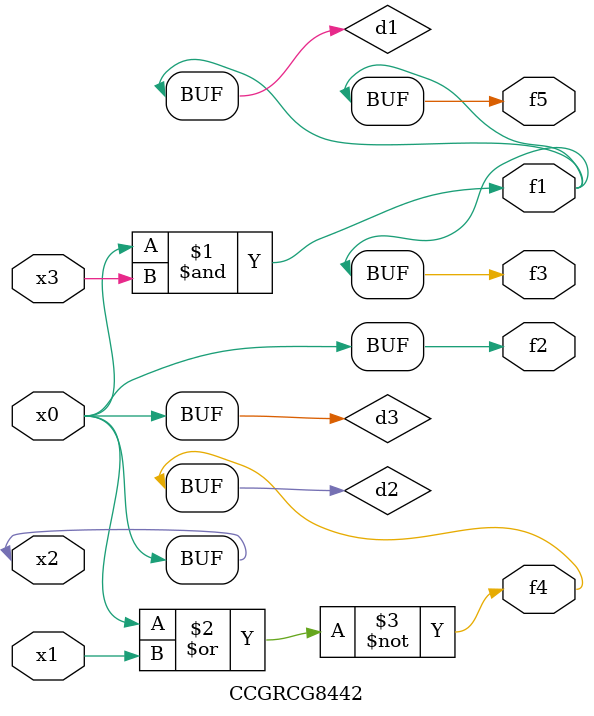
<source format=v>
module CCGRCG8442(
	input x0, x1, x2, x3,
	output f1, f2, f3, f4, f5
);

	wire d1, d2, d3;

	and (d1, x2, x3);
	nor (d2, x0, x1);
	buf (d3, x0, x2);
	assign f1 = d1;
	assign f2 = d3;
	assign f3 = d1;
	assign f4 = d2;
	assign f5 = d1;
endmodule

</source>
